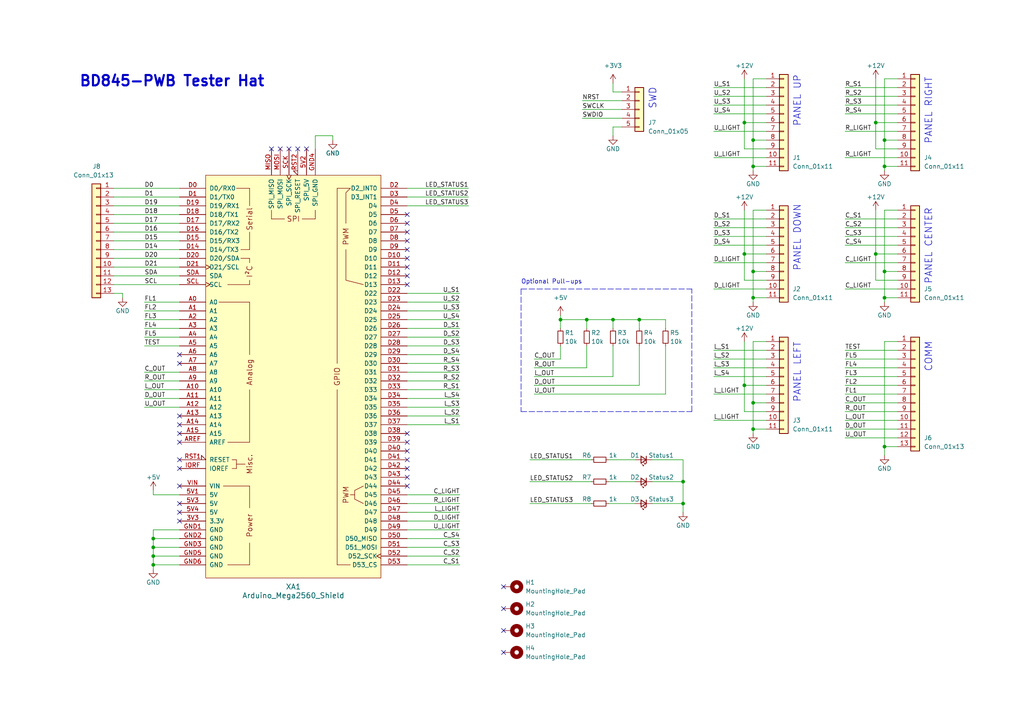
<source format=kicad_sch>
(kicad_sch (version 20230121) (generator eeschema)
  (paper "A4")
  (title_block (title "BD845-PWB Test Hat") (date "2023-06-05") (rev "1") (company "BlueDot Arcade") (comment 1 "Vincenzo Fortunato"))
  (lib_symbols
    (symbol "Connector_Generic:Conn_01x05" (pin_names (offset 1.016) hide)
      (property "Reference" "J" (at 0 7.62 0))
      (property "Value" "Conn_01x05" (at 0 -7.62 0))
      (symbol "Conn_01x05_1_1"
        (rectangle (start -1.27 -4.953) (end 0 -5.207) (stroke (width 0.1524)))
        (rectangle (start -1.27 -2.413) (end 0 -2.667) (stroke (width 0.1524)))
        (rectangle (start -1.27 0.127) (end 0 -0.127) (stroke (width 0.1524)))
        (rectangle (start -1.27 2.667) (end 0 2.413) (stroke (width 0.1524)))
        (rectangle (start -1.27 5.207) (end 0 4.953) (stroke (width 0.1524)))
        (rectangle (start -1.27 6.35) (end 1.27 -6.35) (stroke (width 0.254)) (fill (type background)))
        (pin passive line (at -5.08 5.08 0) (length 3.81) (name "Pin_1") (number "1"))
        (pin passive line (at -5.08 2.54 0) (length 3.81) (name "Pin_2") (number "2"))
        (pin passive line (at -5.08 0 0) (length 3.81) (name "Pin_3") (number "3"))
        (pin passive line (at -5.08 -2.54 0) (length 3.81) (name "Pin_4") (number "4"))
        (pin passive line (at -5.08 -5.08 0) (length 3.81) (name "Pin_5") (number "5"))
      )
    )
    (symbol "Connector_Generic:Conn_01x11" (pin_names (offset 1.016) hide)
      (property "Reference" "J" (at 0 15.24 0))
      (property "Value" "Conn_01x11" (at 0 -15.24 0))
      (symbol "Conn_01x11_1_1"
        (rectangle (start -1.27 -12.573) (end 0 -12.827) (stroke (width 0.1524)))
        (rectangle (start -1.27 -10.033) (end 0 -10.287) (stroke (width 0.1524)))
        (rectangle (start -1.27 -7.493) (end 0 -7.747) (stroke (width 0.1524)))
        (rectangle (start -1.27 -4.953) (end 0 -5.207) (stroke (width 0.1524)))
        (rectangle (start -1.27 -2.413) (end 0 -2.667) (stroke (width 0.1524)))
        (rectangle (start -1.27 0.127) (end 0 -0.127) (stroke (width 0.1524)))
        (rectangle (start -1.27 2.667) (end 0 2.413) (stroke (width 0.1524)))
        (rectangle (start -1.27 5.207) (end 0 4.953) (stroke (width 0.1524)))
        (rectangle (start -1.27 7.747) (end 0 7.493) (stroke (width 0.1524)))
        (rectangle (start -1.27 10.287) (end 0 10.033) (stroke (width 0.1524)))
        (rectangle (start -1.27 12.827) (end 0 12.573) (stroke (width 0.1524)))
        (rectangle (start -1.27 13.97) (end 1.27 -13.97) (stroke (width 0.254)) (fill (type background)))
        (pin passive line (at -5.08 12.7 0) (length 3.81) (name "Pin_1") (number "1"))
        (pin passive line (at -5.08 -10.16 0) (length 3.81) (name "Pin_10") (number "10"))
        (pin passive line (at -5.08 -12.7 0) (length 3.81) (name "Pin_11") (number "11"))
        (pin passive line (at -5.08 10.16 0) (length 3.81) (name "Pin_2") (number "2"))
        (pin passive line (at -5.08 7.62 0) (length 3.81) (name "Pin_3") (number "3"))
        (pin passive line (at -5.08 5.08 0) (length 3.81) (name "Pin_4") (number "4"))
        (pin passive line (at -5.08 2.54 0) (length 3.81) (name "Pin_5") (number "5"))
        (pin passive line (at -5.08 0 0) (length 3.81) (name "Pin_6") (number "6"))
        (pin passive line (at -5.08 -2.54 0) (length 3.81) (name "Pin_7") (number "7"))
        (pin passive line (at -5.08 -5.08 0) (length 3.81) (name "Pin_8") (number "8"))
        (pin passive line (at -5.08 -7.62 0) (length 3.81) (name "Pin_9") (number "9"))
      )
    )
    (symbol "Connector_Generic:Conn_01x13" (pin_names (offset 1.016) hide)
      (property "Reference" "J" (at 0 17.78 0))
      (property "Value" "Conn_01x13" (at 0 -17.78 0))
      (symbol "Conn_01x13_1_1"
        (rectangle (start -1.27 -15.113) (end 0 -15.367) (stroke (width 0.1524)))
        (rectangle (start -1.27 -12.573) (end 0 -12.827) (stroke (width 0.1524)))
        (rectangle (start -1.27 -10.033) (end 0 -10.287) (stroke (width 0.1524)))
        (rectangle (start -1.27 -7.493) (end 0 -7.747) (stroke (width 0.1524)))
        (rectangle (start -1.27 -4.953) (end 0 -5.207) (stroke (width 0.1524)))
        (rectangle (start -1.27 -2.413) (end 0 -2.667) (stroke (width 0.1524)))
        (rectangle (start -1.27 0.127) (end 0 -0.127) (stroke (width 0.1524)))
        (rectangle (start -1.27 2.667) (end 0 2.413) (stroke (width 0.1524)))
        (rectangle (start -1.27 5.207) (end 0 4.953) (stroke (width 0.1524)))
        (rectangle (start -1.27 7.747) (end 0 7.493) (stroke (width 0.1524)))
        (rectangle (start -1.27 10.287) (end 0 10.033) (stroke (width 0.1524)))
        (rectangle (start -1.27 12.827) (end 0 12.573) (stroke (width 0.1524)))
        (rectangle (start -1.27 15.367) (end 0 15.113) (stroke (width 0.1524)))
        (rectangle (start -1.27 16.51) (end 1.27 -16.51) (stroke (width 0.254)) (fill (type background)))
        (pin passive line (at -5.08 15.24 0) (length 3.81) (name "Pin_1") (number "1"))
        (pin passive line (at -5.08 -7.62 0) (length 3.81) (name "Pin_10") (number "10"))
        (pin passive line (at -5.08 -10.16 0) (length 3.81) (name "Pin_11") (number "11"))
        (pin passive line (at -5.08 -12.7 0) (length 3.81) (name "Pin_12") (number "12"))
        (pin passive line (at -5.08 -15.24 0) (length 3.81) (name "Pin_13") (number "13"))
        (pin passive line (at -5.08 12.7 0) (length 3.81) (name "Pin_2") (number "2"))
        (pin passive line (at -5.08 10.16 0) (length 3.81) (name "Pin_3") (number "3"))
        (pin passive line (at -5.08 7.62 0) (length 3.81) (name "Pin_4") (number "4"))
        (pin passive line (at -5.08 5.08 0) (length 3.81) (name "Pin_5") (number "5"))
        (pin passive line (at -5.08 2.54 0) (length 3.81) (name "Pin_6") (number "6"))
        (pin passive line (at -5.08 0 0) (length 3.81) (name "Pin_7") (number "7"))
        (pin passive line (at -5.08 -2.54 0) (length 3.81) (name "Pin_8") (number "8"))
        (pin passive line (at -5.08 -5.08 0) (length 3.81) (name "Pin_9") (number "9"))
      )
    )
    (symbol "Device:LED_Small" (pin_numbers hide) (pin_names (offset 0.254) hide)
      (property "Reference" "D" (at -1.27 3.175 0))
      (property "Value" "LED_Small" (at -4.445 -2.54 0))
      (symbol "LED_Small_0_1"
        (polyline (pts (xy -0.762 -1.016) (xy -0.762 1.016)) (stroke (width 0.254)))
        (polyline (pts (xy 1.016 0) (xy -0.762 0)))
        (polyline (pts (xy 0.762 -1.016) (xy -0.762 0) (xy 0.762 1.016) (xy 0.762 -1.016)) (stroke (width 0.254)))
        (polyline (pts (xy 0 0.762) (xy -0.508 1.27) (xy -0.254 1.27) (xy -0.508 1.27) (xy -0.508 1.016)))
        (polyline (pts (xy 0.508 1.27) (xy 0 1.778) (xy 0.254 1.778) (xy 0 1.778) (xy 0 1.524)))
      )
      (symbol "LED_Small_1_1"
        (pin passive line (at -2.54 0 0) (length 1.778) (name "K") (number "1"))
        (pin passive line (at 2.54 0 180) (length 1.778) (name "A") (number "2"))
      )
    )
    (symbol "Device:R_Small" (pin_numbers hide) (pin_names (offset 0.254) hide)
      (property "Reference" "R" (at 0.762 0.508 0))
      (property "Value" "R_Small" (at 0.762 -1.016 0))
      (symbol "R_Small_0_1"
        (rectangle (start -0.762 1.778) (end 0.762 -1.778) (stroke (width 0.2032)))
      )
      (symbol "R_Small_1_1"
        (pin passive line (at 0 2.54 270) (length 0.762) (name "~") (number "1"))
        (pin passive line (at 0 -2.54 90) (length 0.762) (name "~") (number "2"))
      )
    )
    (symbol "Mechanical:MountingHole_Pad" (pin_numbers hide) (pin_names (offset 1.016) hide)
      (property "Reference" "H" (at 0 6.35 0))
      (property "Value" "MountingHole_Pad" (at 0 4.445 0))
      (symbol "MountingHole_Pad_0_1"
        (circle (center 0 1.27) (radius 1.27) (stroke (width 1.27)))
      )
      (symbol "MountingHole_Pad_1_1"
        (pin input line (at 0 -2.54 90) (length 2.54) (name "1") (number "1"))
      )
    )
    (symbol "arduino-library:Arduino_Mega2560_Shield" (pin_names (offset 1.016))
      (property "Reference" "XA" (at 0 -62.23 0))
      (property "Value" "Arduino_Mega2560_Shield" (at 0 -66.04 0))
      (symbol "Arduino_Mega2560_Shield_0_0"
        (rectangle (start -25.4 -58.42) (end 25.4 58.42) (fill (type background)))
        (rectangle (start -20.32 -31.75) (end -12.7 -31.75))
        (rectangle (start -19.05 -54.61) (end -12.7 -54.61))
        (rectangle (start -19.05 -19.05) (end -12.7 -19.05))
        (rectangle (start -19.05 26.67) (end -12.7 26.67))
        (rectangle (start -17.78 -26.67) (end -16.51 -26.67))
        (rectangle (start -17.78 -24.13) (end -16.51 -24.13))
        (rectangle (start -16.51 -25.4) (end -13.97 -25.4))
        (rectangle (start -16.51 -24.13) (end -16.51 -26.67))
        (rectangle (start -16.51 54.61) (end -12.7 54.61))
        (rectangle (start -15.24 34.29) (end -12.7 34.29))
        (rectangle (start -15.24 36.83) (end -12.7 36.83))
        (rectangle (start -12.7 -54.61) (end -12.7 -48.26))
        (rectangle (start -12.7 -31.75) (end -12.7 -38.1))
        (rectangle (start -12.7 26.67) (end -12.7 27.94))
        (rectangle (start -12.7 34.29) (end -12.7 33.02))
        (rectangle (start -12.7 41.91) (end -12.7 36.83))
        (rectangle (start -12.7 49.53) (end -12.7 54.61))
        (rectangle (start -6.35 48.26) (end -6.35 45.72))
        (rectangle (start -2.54 45.72) (end -6.35 45.72))
        (polyline (pts (xy -21.59 21.59) (xy -12.7 21.59)))
        (polyline (pts (xy -12.7 -19.05) (xy -12.7 -3.81)))
        (polyline (pts (xy -12.7 6.35) (xy -12.7 21.59)))
        (polyline (pts (xy 12.7 -54.61) (xy 16.51 -54.61)))
        (polyline (pts (xy 12.7 54.61) (xy 16.51 54.61)))
        (polyline (pts (xy 17.78 -34.29) (xy 16.51 -34.29)))
        (polyline (pts (xy 15.24 36.83) (xy 15.24 27.94) (xy 20.32 26.67)))
        (polyline (pts (xy 15.24 44.45) (xy 15.24 53.34) (xy 16.51 54.61)))
        (polyline (pts (xy 20.32 -31.75) (xy 17.78 -33.02) (xy 17.78 -35.56) (xy 20.32 -36.83)))
        (rectangle (start 6.35 45.72) (end 2.54 45.72))
        (rectangle (start 6.35 48.26) (end 6.35 45.72))
        (text "Analog" (at -12.7 1.27 900) (effects (font (size 1.524 1.524))))
        (text "I²C" (at -12.7 30.48 900) (effects (font (size 1.524 1.524))))
        (text "Misc." (at -12.7 -25.4 900) (effects (font (size 1.524 1.524))))
        (text "Power" (at -12.7 -43.18 900) (effects (font (size 1.524 1.524))))
        (text "PWM" (at 15.24 -34.29 900) (effects (font (size 1.524 1.524))))
        (text "PWM" (at 15.24 40.64 900) (effects (font (size 1.524 1.524))))
        (text "Serial" (at -12.7 45.72 900) (effects (font (size 1.524 1.524))))
        (text "SPI" (at 0 45.72 0) (effects (font (size 1.524 1.524))))
      )
      (symbol "Arduino_Mega2560_Shield_1_0"
        (rectangle (start 12.7 -54.61) (end 12.7 -3.81))
        (rectangle (start 12.7 54.61) (end 12.7 3.81))
        (text "GPIO" (at 12.7 0 900) (effects (font (size 1.524 1.524))))
      )
      (symbol "Arduino_Mega2560_Shield_1_1"
        (pin power_out line (at -33.02 -41.91 0) (length 7.62) (name "3.3V") (number "3V3"))
        (pin power_in line (at -33.02 -34.29 0) (length 7.62) (name "5V") (number "5V1"))
        (pin power_in line (at 3.81 66.04 270) (length 7.62) (name "SPI_5V") (number "5V2"))
        (pin power_in line (at -33.02 -36.83 0) (length 7.62) (name "5V") (number "5V3"))
        (pin power_in line (at -33.02 -39.37 0) (length 7.62) (name "5V") (number "5V4"))
        (pin bidirectional line (at -33.02 21.59 0) (length 7.62) (name "A0") (number "A0"))
        (pin bidirectional line (at -33.02 19.05 0) (length 7.62) (name "A1") (number "A1"))
        (pin bidirectional line (at -33.02 -3.81 0) (length 7.62) (name "A10") (number "A10"))
        (pin bidirectional line (at -33.02 -6.35 0) (length 7.62) (name "A11") (number "A11"))
        (pin bidirectional line (at -33.02 -8.89 0) (length 7.62) (name "A12") (number "A12"))
        (pin bidirectional line (at -33.02 -11.43 0) (length 7.62) (name "A13") (number "A13"))
        (pin bidirectional line (at -33.02 -13.97 0) (length 7.62) (name "A14") (number "A14"))
        (pin bidirectional line (at -33.02 -16.51 0) (length 7.62) (name "A15") (number "A15"))
        (pin bidirectional line (at -33.02 16.51 0) (length 7.62) (name "A2") (number "A2"))
        (pin bidirectional line (at -33.02 13.97 0) (length 7.62) (name "A3") (number "A3"))
        (pin bidirectional line (at -33.02 11.43 0) (length 7.62) (name "A4") (number "A4"))
        (pin bidirectional line (at -33.02 8.89 0) (length 7.62) (name "A5") (number "A5"))
        (pin bidirectional line (at -33.02 6.35 0) (length 7.62) (name "A6") (number "A6"))
        (pin bidirectional line (at -33.02 3.81 0) (length 7.62) (name "A7") (number "A7"))
        (pin bidirectional line (at -33.02 1.27 0) (length 7.62) (name "A8") (number "A8"))
        (pin bidirectional line (at -33.02 -1.27 0) (length 7.62) (name "A9") (number "A9"))
        (pin input line (at -33.02 -19.05 0) (length 7.62) (name "AREF") (number "AREF"))
        (pin bidirectional line (at -33.02 54.61 0) (length 7.62) (name "D0/RX0") (number "D0"))
        (pin bidirectional line (at -33.02 52.07 0) (length 7.62) (name "D1/TX0") (number "D1"))
        (pin bidirectional line (at 33.02 34.29 180) (length 7.62) (name "D10") (number "D10"))
        (pin bidirectional line (at 33.02 31.75 180) (length 7.62) (name "D11") (number "D11"))
        (pin bidirectional line (at 33.02 29.21 180) (length 7.62) (name "D12") (number "D12"))
        (pin bidirectional line (at 33.02 26.67 180) (length 7.62) (name "D13") (number "D13"))
        (pin bidirectional line (at -33.02 36.83 0) (length 7.62) (name "D14/TX3") (number "D14"))
        (pin bidirectional line (at -33.02 39.37 0) (length 7.62) (name "D15/RX3") (number "D15"))
        (pin bidirectional line (at -33.02 41.91 0) (length 7.62) (name "D16/TX2") (number "D16"))
        (pin bidirectional line (at -33.02 44.45 0) (length 7.62) (name "D17/RX2") (number "D17"))
        (pin bidirectional line (at -33.02 46.99 0) (length 7.62) (name "D18/TX1") (number "D18"))
        (pin bidirectional line (at -33.02 49.53 0) (length 7.62) (name "D19/RX1") (number "D19"))
        (pin bidirectional line (at 33.02 54.61 180) (length 7.62) (name "D2_INT0") (number "D2"))
        (pin bidirectional line (at -33.02 34.29 0) (length 7.62) (name "D20/SDA") (number "D20"))
        (pin bidirectional clock (at -33.02 31.75 0) (length 7.62) (name "D21/SCL") (number "D21"))
        (pin bidirectional line (at 33.02 24.13 180) (length 7.62) (name "D22") (number "D22"))
        (pin bidirectional line (at 33.02 21.59 180) (length 7.62) (name "D23") (number "D23"))
        (pin bidirectional line (at 33.02 19.05 180) (length 7.62) (name "D24") (number "D24"))
        (pin bidirectional line (at 33.02 16.51 180) (length 7.62) (name "D25") (number "D25"))
        (pin bidirectional line (at 33.02 13.97 180) (length 7.62) (name "D26") (number "D26"))
        (pin bidirectional line (at 33.02 11.43 180) (length 7.62) (name "D27") (number "D27"))
        (pin bidirectional line (at 33.02 8.89 180) (length 7.62) (name "D28") (number "D28"))
        (pin bidirectional line (at 33.02 6.35 180) (length 7.62) (name "D29") (number "D29"))
        (pin bidirectional line (at 33.02 52.07 180) (length 7.62) (name "D3_INT1") (number "D3"))
        (pin bidirectional line (at 33.02 3.81 180) (length 7.62) (name "D30") (number "D30"))
        (pin bidirectional line (at 33.02 1.27 180) (length 7.62) (name "D31") (number "D31"))
        (pin bidirectional line (at 33.02 -1.27 180) (length 7.62) (name "D32") (number "D32"))
        (pin bidirectional line (at 33.02 -3.81 180) (length 7.62) (name "D33") (number "D33"))
        (pin bidirectional line (at 33.02 -6.35 180) (length 7.62) (name "D34") (number "D34"))
        (pin bidirectional line (at 33.02 -8.89 180) (length 7.62) (name "D35") (number "D35"))
        (pin bidirectional line (at 33.02 -11.43 180) (length 7.62) (name "D36") (number "D36"))
        (pin bidirectional line (at 33.02 -13.97 180) (length 7.62) (name "D37") (number "D37"))
        (pin bidirectional line (at 33.02 -16.51 180) (length 7.62) (name "D38") (number "D38"))
        (pin bidirectional line (at 33.02 -19.05 180) (length 7.62) (name "D39") (number "D39"))
        (pin bidirectional line (at 33.02 49.53 180) (length 7.62) (name "D4") (number "D4"))
        (pin bidirectional line (at 33.02 -21.59 180) (length 7.62) (name "D40") (number "D40"))
        (pin bidirectional line (at 33.02 -24.13 180) (length 7.62) (name "D41") (number "D41"))
        (pin bidirectional line (at 33.02 -26.67 180) (length 7.62) (name "D42") (number "D42"))
        (pin bidirectional line (at 33.02 -29.21 180) (length 7.62) (name "D43") (number "D43"))
        (pin bidirectional line (at 33.02 -31.75 180) (length 7.62) (name "D44") (number "D44"))
        (pin bidirectional line (at 33.02 -34.29 180) (length 7.62) (name "D45") (number "D45"))
        (pin bidirectional line (at 33.02 -36.83 180) (length 7.62) (name "D46") (number "D46"))
        (pin bidirectional line (at 33.02 -39.37 180) (length 7.62) (name "D47") (number "D47"))
        (pin bidirectional line (at 33.02 -41.91 180) (length 7.62) (name "D48") (number "D48"))
        (pin bidirectional line (at 33.02 -44.45 180) (length 7.62) (name "D49") (number "D49"))
        (pin bidirectional line (at 33.02 46.99 180) (length 7.62) (name "D5") (number "D5"))
        (pin bidirectional line (at 33.02 -46.99 180) (length 7.62) (name "D50_MISO") (number "D50"))
        (pin bidirectional line (at 33.02 -49.53 180) (length 7.62) (name "D51_MOSI") (number "D51"))
        (pin bidirectional clock (at 33.02 -52.07 180) (length 7.62) (name "D52_SCK") (number "D52"))
        (pin bidirectional line (at 33.02 -54.61 180) (length 7.62) (name "D53_CS") (number "D53"))
        (pin bidirectional line (at 33.02 44.45 180) (length 7.62) (name "D6") (number "D6"))
        (pin bidirectional line (at 33.02 41.91 180) (length 7.62) (name "D7") (number "D7"))
        (pin bidirectional line (at 33.02 39.37 180) (length 7.62) (name "D8") (number "D8"))
        (pin bidirectional line (at 33.02 36.83 180) (length 7.62) (name "D9") (number "D9"))
        (pin power_in line (at -33.02 -44.45 0) (length 7.62) (name "GND") (number "GND1"))
        (pin power_in line (at -33.02 -46.99 0) (length 7.62) (name "GND") (number "GND2"))
        (pin power_in line (at -33.02 -49.53 0) (length 7.62) (name "GND") (number "GND3"))
        (pin power_in line (at 6.35 66.04 270) (length 7.62) (name "SPI_GND") (number "GND4"))
        (pin power_in line (at -33.02 -52.07 0) (length 7.62) (name "GND") (number "GND5"))
        (pin power_in line (at -33.02 -54.61 0) (length 7.62) (name "GND") (number "GND6"))
        (pin output line (at -33.02 -26.67 0) (length 7.62) (name "IOREF") (number "IORF"))
        (pin input line (at -6.35 66.04 270) (length 7.62) (name "SPI_MISO") (number "MISO"))
        (pin output line (at -3.81 66.04 270) (length 7.62) (name "SPI_MOSI") (number "MOSI"))
        (pin open_collector input_low (at -33.02 -24.13 0) (length 7.62) (name "RESET") (number "RST1"))
        (pin open_collector input_low (at 1.27 66.04 270) (length 7.62) (name "SPI_RESET") (number "RST2"))
        (pin output clock (at -1.27 66.04 270) (length 7.62) (name "SPI_SCK") (number "SCK"))
        (pin bidirectional clock (at -33.02 26.67 0) (length 7.62) (name "SCL") (number "SCL"))
        (pin bidirectional line (at -33.02 29.21 0) (length 7.62) (name "SDA") (number "SDA"))
        (pin power_in line (at -33.02 -31.75 0) (length 7.62) (name "VIN") (number "VIN"))
      )
    )
    (symbol "power:+12V" (power) (pin_names (offset 0))
      (property "Value" "+12V" (at 0 3.556 0))
      (symbol "+12V_0_1"
        (polyline (pts (xy -0.762 1.27) (xy 0 2.54)))
        (polyline (pts (xy 0 0) (xy 0 2.54)))
        (polyline (pts (xy 0 2.54) (xy 0.762 1.27)))
      )
      (symbol "+12V_1_1"
        (pin power_in line (at 0 0 90) (length 0) hide (name "+12V") (number "1"))
      )
    )
    (symbol "power:+3V3" (power) (pin_names (offset 0))
      (property "Value" "+3V3" (at 0 3.556 0))
      (symbol "+3V3_0_1"
        (polyline (pts (xy -0.762 1.27) (xy 0 2.54)))
        (polyline (pts (xy 0 0) (xy 0 2.54)))
        (polyline (pts (xy 0 2.54) (xy 0.762 1.27)))
      )
      (symbol "+3V3_1_1"
        (pin power_in line (at 0 0 90) (length 0) hide (name "+3V3") (number "1"))
      )
    )
    (symbol "power:+5V" (power) (pin_names (offset 0))
      (property "Value" "+5V" (at 0 3.556 0))
      (symbol "+5V_0_1"
        (polyline (pts (xy -0.762 1.27) (xy 0 2.54)))
        (polyline (pts (xy 0 0) (xy 0 2.54)))
        (polyline (pts (xy 0 2.54) (xy 0.762 1.27)))
      )
      (symbol "+5V_1_1"
        (pin power_in line (at 0 0 90) (length 0) hide (name "+5V") (number "1"))
      )
    )
    (symbol "power:GND" (power) (pin_names (offset 0))
      (property "Value" "GND" (at 0 -3.81 0))
      (symbol "GND_0_1"
        (polyline (pts (xy 0 0) (xy 0 -1.27) (xy 1.27 -1.27) (xy 0 -2.54) (xy -1.27 -1.27) (xy 0 -1.27)))
      )
      (symbol "GND_1_1"
        (pin power_in line (at 0 0 270) (length 0) hide (name "GND") (number "1"))
      )
    )
  )
  (junction (at 218.44 40.64))
  (junction (at 44.45 158.75))
  (junction (at 198.12 139.7))
  (junction (at 256.54 86.36))
  (junction (at 218.44 116.84))
  (junction (at 44.45 163.83))
  (junction (at 170.18 92.71))
  (junction (at 177.8 92.71))
  (junction (at 215.9 35.56))
  (junction (at 218.44 48.26))
  (junction (at 256.54 78.74))
  (junction (at 256.54 129.54))
  (junction (at 198.12 146.05))
  (junction (at 215.9 111.76))
  (junction (at 44.45 156.21))
  (junction (at 185.42 92.71))
  (junction (at 215.9 73.66))
  (junction (at 44.45 161.29))
  (junction (at 254 73.66))
  (junction (at 256.54 40.64))
  (junction (at 254 35.56))
  (junction (at 218.44 86.36))
  (junction (at 162.56 92.71))
  (junction (at 218.44 78.74))
  (junction (at 218.44 124.46))
  (junction (at 256.54 48.26))
  (no_connect (at 118.11 133.35))
  (no_connect (at 118.11 125.73))
  (no_connect (at 118.11 74.93))
  (no_connect (at 52.07 148.59))
  (no_connect (at 118.11 130.81))
  (no_connect (at 118.11 72.39))
  (no_connect (at 52.07 120.65))
  (no_connect (at 52.07 151.13))
  (no_connect (at 52.07 135.89))
  (no_connect (at 52.07 140.97))
  (no_connect (at 52.07 123.19))
  (no_connect (at 78.74 43.18))
  (no_connect (at 118.11 82.55))
  (no_connect (at 146.05 182.88))
  (no_connect (at 118.11 62.23))
  (no_connect (at 52.07 125.73))
  (no_connect (at 118.11 128.27))
  (no_connect (at 52.07 102.87))
  (no_connect (at 146.05 176.53))
  (no_connect (at 118.11 69.85))
  (no_connect (at 118.11 135.89))
  (no_connect (at 88.9 43.18))
  (no_connect (at 83.82 43.18))
  (no_connect (at 81.28 43.18))
  (no_connect (at 118.11 138.43))
  (no_connect (at 118.11 77.47))
  (no_connect (at 146.05 170.18))
  (no_connect (at 52.07 128.27))
  (no_connect (at 52.07 133.35))
  (no_connect (at 146.05 189.23))
  (no_connect (at 118.11 140.97))
  (no_connect (at 52.07 146.05))
  (no_connect (at 86.36 43.18))
  (no_connect (at 118.11 80.01))
  (no_connect (at 118.11 67.31))
  (no_connect (at 52.07 105.41))
  (no_connect (at 118.11 64.77))
  (wire (pts (xy 33.02 82.55) (xy 52.07 82.55)))
  (wire (pts (xy 33.02 69.85) (xy 52.07 69.85)))
  (wire (pts (xy 245.11 114.3) (xy 260.35 114.3)))
  (wire (pts (xy 33.02 59.69) (xy 52.07 59.69)))
  (wire (pts (xy 207.01 68.58) (xy 222.25 68.58)))
  (wire (pts (xy 256.54 86.36) (xy 260.35 86.36)))
  (wire (pts (xy 245.11 63.5) (xy 260.35 63.5)))
  (wire (pts (xy 44.45 161.29) (xy 52.07 161.29)))
  (wire (pts (xy 245.11 27.94) (xy 260.35 27.94)))
  (wire (pts (xy 133.35 115.57) (xy 118.11 115.57)))
  (wire (pts (xy 133.35 90.17) (xy 118.11 90.17)))
  (wire (pts (xy 207.01 106.68) (xy 222.25 106.68)))
  (wire (pts (xy 33.02 80.01) (xy 52.07 80.01)))
  (wire (pts (xy 245.11 71.12) (xy 260.35 71.12)))
  (wire (pts (xy 177.8 24.13) (xy 177.8 26.67)))
  (wire (pts (xy 256.54 129.54) (xy 256.54 99.06)))
  (wire (pts (xy 245.11 33.02) (xy 260.35 33.02)))
  (wire (pts (xy 189.23 133.35) (xy 198.12 133.35)))
  (wire (pts (xy 33.02 54.61) (xy 52.07 54.61)))
  (wire (pts (xy 218.44 86.36) (xy 222.25 86.36)))
  (wire (pts (xy 207.01 71.12) (xy 222.25 71.12)))
  (wire (pts (xy 153.67 133.35) (xy 171.45 133.35)))
  (wire (pts (xy 33.02 64.77) (xy 52.07 64.77)))
  (wire (pts (xy 245.11 116.84) (xy 260.35 116.84)))
  (wire (pts (xy 260.35 43.18) (xy 254 43.18)))
  (wire (pts (xy 44.45 156.21) (xy 44.45 153.67)))
  (wire (pts (xy 256.54 49.53) (xy 256.54 48.26)))
  (wire (pts (xy 245.11 83.82) (xy 260.35 83.82)))
  (wire (pts (xy 189.23 139.7) (xy 198.12 139.7)))
  (wire (pts (xy 222.25 119.38) (xy 215.9 119.38)))
  (wire (pts (xy 215.9 35.56) (xy 215.9 22.86)))
  (wire (pts (xy 260.35 35.56) (xy 254 35.56)))
  (wire (pts (xy 44.45 158.75) (xy 44.45 156.21)))
  (wire (pts (xy 218.44 22.86) (xy 222.25 22.86)))
  (wire (pts (xy 177.8 36.83) (xy 177.8 39.37)))
  (wire (pts (xy 256.54 22.86) (xy 260.35 22.86)))
  (wire (pts (xy 256.54 99.06) (xy 260.35 99.06)))
  (wire (pts (xy 44.45 163.83) (xy 44.45 165.1)))
  (wire (pts (xy 133.35 110.49) (xy 118.11 110.49)))
  (wire (pts (xy 207.01 76.2) (xy 222.25 76.2)))
  (wire (pts (xy 245.11 30.48) (xy 260.35 30.48)))
  (wire (pts (xy 222.25 81.28) (xy 215.9 81.28)))
  (wire (pts (xy 245.11 104.14) (xy 260.35 104.14)))
  (wire (pts (xy 96.52 39.37) (xy 96.52 40.64)))
  (wire (pts (xy 256.54 87.63) (xy 256.54 86.36)))
  (wire (pts (xy 222.25 43.18) (xy 215.9 43.18)))
  (wire (pts (xy 91.44 39.37) (xy 96.52 39.37)))
  (wire (pts (xy 162.56 91.44) (xy 162.56 92.71)))
  (wire (pts (xy 245.11 45.72) (xy 260.35 45.72)))
  (wire (pts (xy 133.35 120.65) (xy 118.11 120.65)))
  (wire (pts (xy 260.35 81.28) (xy 254 81.28)))
  (wire (pts (xy 256.54 78.74) (xy 256.54 60.96)))
  (wire (pts (xy 245.11 106.68) (xy 260.35 106.68)))
  (wire (pts (xy 133.35 148.59) (xy 118.11 148.59)))
  (wire (pts (xy 33.02 72.39) (xy 52.07 72.39)))
  (polyline (pts (xy 151.13 83.82) (xy 151.13 119.38)) (stroke (width 0) (type dash)))
  (wire (pts (xy 41.91 107.95) (xy 52.07 107.95)))
  (wire (pts (xy 133.35 146.05) (xy 118.11 146.05)))
  (wire (pts (xy 245.11 66.04) (xy 260.35 66.04)))
  (wire (pts (xy 41.91 100.33) (xy 52.07 100.33)))
  (wire (pts (xy 41.91 110.49) (xy 52.07 110.49)))
  (wire (pts (xy 256.54 132.08) (xy 256.54 129.54)))
  (wire (pts (xy 207.01 104.14) (xy 222.25 104.14)))
  (wire (pts (xy 41.91 113.03) (xy 52.07 113.03)))
  (wire (pts (xy 218.44 40.64) (xy 218.44 22.86)))
  (wire (pts (xy 133.35 95.25) (xy 118.11 95.25)))
  (wire (pts (xy 41.91 97.79) (xy 52.07 97.79)))
  (wire (pts (xy 135.89 57.15) (xy 118.11 57.15)))
  (wire (pts (xy 207.01 27.94) (xy 222.25 27.94)))
  (wire (pts (xy 176.53 133.35) (xy 184.15 133.35)))
  (wire (pts (xy 215.9 81.28) (xy 215.9 73.66)))
  (wire (pts (xy 207.01 33.02) (xy 222.25 33.02)))
  (wire (pts (xy 162.56 92.71) (xy 162.56 95.25)))
  (wire (pts (xy 44.45 143.51) (xy 52.07 143.51)))
  (wire (pts (xy 207.01 30.48) (xy 222.25 30.48)))
  (wire (pts (xy 41.91 90.17) (xy 52.07 90.17)))
  (wire (pts (xy 193.04 92.71) (xy 193.04 95.25)))
  (wire (pts (xy 218.44 116.84) (xy 222.25 116.84)))
  (wire (pts (xy 177.8 92.71) (xy 177.8 95.25)))
  (wire (pts (xy 207.01 63.5) (xy 222.25 63.5)))
  (wire (pts (xy 52.07 163.83) (xy 44.45 163.83)))
  (wire (pts (xy 207.01 66.04) (xy 222.25 66.04)))
  (wire (pts (xy 245.11 119.38) (xy 260.35 119.38)))
  (wire (pts (xy 177.8 36.83) (xy 180.34 36.83)))
  (wire (pts (xy 215.9 43.18) (xy 215.9 35.56)))
  (wire (pts (xy 44.45 158.75) (xy 52.07 158.75)))
  (wire (pts (xy 245.11 111.76) (xy 260.35 111.76)))
  (wire (pts (xy 222.25 35.56) (xy 215.9 35.56)))
  (wire (pts (xy 185.42 92.71) (xy 193.04 92.71)))
  (wire (pts (xy 162.56 100.33) (xy 162.56 104.14)))
  (wire (pts (xy 245.11 38.1) (xy 260.35 38.1)))
  (wire (pts (xy 133.35 118.11) (xy 118.11 118.11)))
  (wire (pts (xy 154.94 114.3) (xy 193.04 114.3)))
  (wire (pts (xy 207.01 25.4) (xy 222.25 25.4)))
  (wire (pts (xy 168.91 31.75) (xy 180.34 31.75)))
  (wire (pts (xy 133.35 156.21) (xy 118.11 156.21)))
  (wire (pts (xy 133.35 87.63) (xy 118.11 87.63)))
  (wire (pts (xy 218.44 116.84) (xy 218.44 99.06)))
  (wire (pts (xy 218.44 87.63) (xy 218.44 86.36)))
  (wire (pts (xy 207.01 38.1) (xy 222.25 38.1)))
  (wire (pts (xy 170.18 100.33) (xy 170.18 106.68)))
  (wire (pts (xy 154.94 106.68) (xy 170.18 106.68)))
  (wire (pts (xy 153.67 139.7) (xy 171.45 139.7)))
  (wire (pts (xy 168.91 34.29) (xy 180.34 34.29)))
  (wire (pts (xy 207.01 45.72) (xy 222.25 45.72)))
  (wire (pts (xy 41.91 95.25) (xy 52.07 95.25)))
  (wire (pts (xy 245.11 25.4) (xy 260.35 25.4)))
  (wire (pts (xy 222.25 73.66) (xy 215.9 73.66)))
  (wire (pts (xy 207.01 121.92) (xy 222.25 121.92)))
  (wire (pts (xy 254 81.28) (xy 254 73.66)))
  (wire (pts (xy 207.01 114.3) (xy 222.25 114.3)))
  (wire (pts (xy 135.89 59.69) (xy 118.11 59.69)))
  (wire (pts (xy 133.35 161.29) (xy 118.11 161.29)))
  (wire (pts (xy 133.35 102.87) (xy 118.11 102.87)))
  (wire (pts (xy 222.25 111.76) (xy 215.9 111.76)))
  (wire (pts (xy 193.04 100.33) (xy 193.04 114.3)))
  (wire (pts (xy 170.18 95.25) (xy 170.18 92.71)))
  (wire (pts (xy 133.35 153.67) (xy 118.11 153.67)))
  (wire (pts (xy 256.54 129.54) (xy 260.35 129.54)))
  (wire (pts (xy 215.9 111.76) (xy 215.9 99.06)))
  (wire (pts (xy 154.94 111.76) (xy 185.42 111.76)))
  (wire (pts (xy 245.11 68.58) (xy 260.35 68.58)))
  (wire (pts (xy 44.45 142.24) (xy 44.45 143.51)))
  (wire (pts (xy 44.45 153.67) (xy 52.07 153.67)))
  (wire (pts (xy 154.94 109.22) (xy 177.8 109.22)))
  (wire (pts (xy 215.9 73.66) (xy 215.9 60.96)))
  (wire (pts (xy 133.35 105.41) (xy 118.11 105.41)))
  (wire (pts (xy 33.02 67.31) (xy 52.07 67.31)))
  (wire (pts (xy 245.11 109.22) (xy 260.35 109.22)))
  (polyline (pts (xy 151.13 119.38) (xy 200.66 119.38)) (stroke (width 0) (type dash)))
  (wire (pts (xy 256.54 40.64) (xy 256.54 22.86)))
  (wire (pts (xy 176.53 139.7) (xy 184.15 139.7)))
  (wire (pts (xy 218.44 124.46) (xy 218.44 116.84)))
  (wire (pts (xy 44.45 163.83) (xy 44.45 161.29)))
  (wire (pts (xy 218.44 60.96) (xy 222.25 60.96)))
  (wire (pts (xy 153.67 146.05) (xy 171.45 146.05)))
  (wire (pts (xy 133.35 163.83) (xy 118.11 163.83)))
  (wire (pts (xy 133.35 143.51) (xy 118.11 143.51)))
  (wire (pts (xy 218.44 48.26) (xy 218.44 40.64)))
  (wire (pts (xy 177.8 92.71) (xy 185.42 92.71)))
  (wire (pts (xy 254 43.18) (xy 254 35.56)))
  (wire (pts (xy 133.35 151.13) (xy 118.11 151.13)))
  (wire (pts (xy 133.35 158.75) (xy 118.11 158.75)))
  (wire (pts (xy 198.12 146.05) (xy 198.12 148.59)))
  (wire (pts (xy 44.45 161.29) (xy 44.45 158.75)))
  (wire (pts (xy 133.35 113.03) (xy 118.11 113.03)))
  (wire (pts (xy 254 35.56) (xy 254 22.86)))
  (wire (pts (xy 218.44 99.06) (xy 222.25 99.06)))
  (wire (pts (xy 176.53 146.05) (xy 184.15 146.05)))
  (wire (pts (xy 162.56 104.14) (xy 154.94 104.14)))
  (wire (pts (xy 256.54 78.74) (xy 260.35 78.74)))
  (wire (pts (xy 256.54 48.26) (xy 256.54 40.64)))
  (wire (pts (xy 185.42 92.71) (xy 185.42 95.25)))
  (wire (pts (xy 245.11 127) (xy 260.35 127)))
  (wire (pts (xy 207.01 101.6) (xy 222.25 101.6)))
  (wire (pts (xy 133.35 85.09) (xy 118.11 85.09)))
  (wire (pts (xy 245.11 76.2) (xy 260.35 76.2)))
  (wire (pts (xy 133.35 97.79) (xy 118.11 97.79)))
  (wire (pts (xy 256.54 86.36) (xy 256.54 78.74)))
  (wire (pts (xy 256.54 40.64) (xy 260.35 40.64)))
  (wire (pts (xy 256.54 48.26) (xy 260.35 48.26)))
  (wire (pts (xy 33.02 74.93) (xy 52.07 74.93)))
  (wire (pts (xy 207.01 83.82) (xy 222.25 83.82)))
  (wire (pts (xy 35.56 85.09) (xy 33.02 85.09)))
  (wire (pts (xy 218.44 78.74) (xy 218.44 60.96)))
  (wire (pts (xy 218.44 40.64) (xy 222.25 40.64)))
  (wire (pts (xy 168.91 29.21) (xy 180.34 29.21)))
  (wire (pts (xy 170.18 92.71) (xy 177.8 92.71)))
  (wire (pts (xy 198.12 139.7) (xy 198.12 146.05)))
  (wire (pts (xy 218.44 49.53) (xy 218.44 48.26)))
  (wire (pts (xy 245.11 101.6) (xy 260.35 101.6)))
  (wire (pts (xy 44.45 156.21) (xy 52.07 156.21)))
  (wire (pts (xy 189.23 146.05) (xy 198.12 146.05)))
  (wire (pts (xy 33.02 62.23) (xy 52.07 62.23)))
  (wire (pts (xy 135.89 54.61) (xy 118.11 54.61)))
  (wire (pts (xy 218.44 125.73) (xy 218.44 124.46)))
  (wire (pts (xy 215.9 119.38) (xy 215.9 111.76)))
  (wire (pts (xy 133.35 107.95) (xy 118.11 107.95)))
  (wire (pts (xy 218.44 124.46) (xy 222.25 124.46)))
  (wire (pts (xy 33.02 57.15) (xy 52.07 57.15)))
  (wire (pts (xy 218.44 86.36) (xy 218.44 78.74)))
  (wire (pts (xy 245.11 124.46) (xy 260.35 124.46)))
  (wire (pts (xy 185.42 111.76) (xy 185.42 100.33)))
  (wire (pts (xy 254 73.66) (xy 254 60.96)))
  (wire (pts (xy 41.91 92.71) (xy 52.07 92.71)))
  (wire (pts (xy 41.91 115.57) (xy 52.07 115.57)))
  (wire (pts (xy 162.56 92.71) (xy 170.18 92.71)))
  (wire (pts (xy 218.44 48.26) (xy 222.25 48.26)))
  (wire (pts (xy 207.01 109.22) (xy 222.25 109.22)))
  (wire (pts (xy 41.91 118.11) (xy 52.07 118.11)))
  (wire (pts (xy 198.12 133.35) (xy 198.12 139.7)))
  (polyline (pts (xy 151.13 83.82) (xy 200.66 83.82)) (stroke (width 0) (type dash)))
  (wire (pts (xy 33.02 77.47) (xy 52.07 77.47)))
  (wire (pts (xy 35.56 86.36) (xy 35.56 85.09)))
  (wire (pts (xy 177.8 26.67) (xy 180.34 26.67)))
  (wire (pts (xy 133.35 92.71) (xy 118.11 92.71)))
  (wire (pts (xy 91.44 43.18) (xy 91.44 39.37)))
  (wire (pts (xy 133.35 100.33) (xy 118.11 100.33)))
  (polyline (pts (xy 200.66 119.38) (xy 200.66 83.82)) (stroke (width 0) (type dash)))
  (wire (pts (xy 245.11 121.92) (xy 260.35 121.92)))
  (wire (pts (xy 177.8 100.33) (xy 177.8 109.22)))
  (wire (pts (xy 41.91 87.63) (xy 52.07 87.63)))
  (wire (pts (xy 260.35 73.66) (xy 254 73.66)))
  (wire (pts (xy 133.35 123.19) (xy 118.11 123.19)))
  (wire (pts (xy 256.54 60.96) (xy 260.35 60.96)))
  (wire (pts (xy 218.44 78.74) (xy 222.25 78.74)))
  (text "BD845-PWB Tester Hat\n" (at 22.86 25.4 0) (effects (font (size 3 3) (thickness 0.6) bold) (justify left bottom)))
  (text "Optional Pull-ups" (at 151.13 82.55 0) (effects (font (size 1.27 1.27)) (justify left bottom)))
  (text "COMM" (at 270.51 107.95 90) (effects (font (size 2 2)) (justify left bottom)))
  (text "SWD" (at 190.5 31.75 90) (effects (font (size 2 2)) (justify left bottom)))
  (text "PANEL LEFT" (at 232.41 116.84 90) (effects (font (size 2 2)) (justify left bottom)))
  (text "PANEL CENTER" (at 270.51 82.55 90) (effects (font (size 2 2)) (justify left bottom)))
  (text "PANEL UP" (at 232.41 36.83 90) (effects (font (size 2 2)) (justify left bottom)))
  (text "PANEL RIGHT" (at 270.51 41.91 90) (effects (font (size 2 2)) (justify left bottom)))
  (text "PANEL DOWN" (at 232.41 78.74 90) (effects (font (size 2 2)) (justify left bottom)))
  (label "R_LIGHT" (at 133.35 146.05 180))
  (label "C_S2" (at 245.11 66.04 0))
  (label "C_S4" (at 245.11 71.12 0))
  (label "D_LIGHT" (at 207.01 83.82 0))
  (label "C_S2" (at 133.35 161.29 180))
  (label "R_S2" (at 133.35 110.49 180))
  (label "L_LIGHT" (at 207.01 114.3 0))
  (label "D17" (at 41.91 64.77 0))
  (label "FL4" (at 41.91 95.25 0))
  (label "C_S1" (at 245.11 63.5 0))
  (label "D_OUT" (at 41.91 115.57 0))
  (label "LED_STATUS3" (at 153.67 146.05 0))
  (label "R_LIGHT" (at 245.11 38.1 0))
  (label "R_OUT" (at 41.91 110.49 0))
  (label "SDA" (at 41.91 80.01 0))
  (label "D_LIGHT" (at 133.35 151.13 180))
  (label "D_LIGHT" (at 207.01 76.2 0))
  (label "U_S4" (at 207.01 33.02 0))
  (label "C_S3" (at 133.35 158.75 180))
  (label "C_LIGHT" (at 133.35 143.51 180))
  (label "D_S3" (at 133.35 100.33 180))
  (label "R_S1" (at 133.35 113.03 180))
  (label "R_S3" (at 245.11 30.48 0))
  (label "NRST" (at 168.91 29.21 0))
  (label "U_S4" (at 133.35 92.71 180))
  (label "L_S1" (at 207.01 101.6 0))
  (label "D21" (at 41.91 77.47 0))
  (label "C_LIGHT" (at 245.11 76.2 0))
  (label "D16" (at 41.91 67.31 0))
  (label "L_S2" (at 133.35 120.65 180))
  (label "D_S1" (at 207.01 63.5 0))
  (label "L_LIGHT" (at 207.01 121.92 0))
  (label "FL5" (at 245.11 104.14 0))
  (label "D_OUT" (at 154.94 111.76 0))
  (label "D14" (at 41.91 72.39 0))
  (label "L_S2" (at 207.01 104.14 0))
  (label "FL1" (at 245.11 114.3 0))
  (label "C_S3" (at 245.11 68.58 0))
  (label "L_S3" (at 133.35 118.11 180))
  (label "R_S2" (at 245.11 27.94 0))
  (label "D_S2" (at 207.01 66.04 0))
  (label "SCL" (at 41.91 82.55 0))
  (label "U_S1" (at 133.35 85.09 180))
  (label "R_OUT" (at 245.11 119.38 0))
  (label "R_S3" (at 133.35 107.95 180))
  (label "C_OUT" (at 41.91 107.95 0))
  (label "L_S1" (at 133.35 123.19 180))
  (label "L_S4" (at 133.35 115.57 180))
  (label "C_OUT" (at 245.11 116.84 0))
  (label "FL5" (at 41.91 97.79 0))
  (label "TEST" (at 41.91 100.33 0))
  (label "U_S1" (at 207.01 25.4 0))
  (label "D_S1" (at 133.35 95.25 180))
  (label "LED_STATUS1" (at 153.67 133.35 0))
  (label "U_LIGHT" (at 207.01 38.1 0))
  (label "D19" (at 41.91 59.69 0))
  (label "FL2" (at 245.11 111.76 0))
  (label "D15" (at 41.91 69.85 0))
  (label "R_S4" (at 245.11 33.02 0))
  (label "C_S4" (at 133.35 156.21 180))
  (label "SWCLK" (at 168.91 31.75 0))
  (label "D18" (at 41.91 62.23 0))
  (label "C_S1" (at 133.35 163.83 180))
  (label "SWDIO" (at 168.91 34.29 0))
  (label "D_S4" (at 207.01 71.12 0))
  (label "L_LIGHT" (at 133.35 148.59 180))
  (label "D_S3" (at 207.01 68.58 0))
  (label "C_LIGHT" (at 245.11 83.82 0))
  (label "D_OUT" (at 245.11 124.46 0))
  (label "TEST" (at 245.11 101.6 0))
  (label "U_S2" (at 133.35 87.63 180))
  (label "U_S2" (at 207.01 27.94 0))
  (label "L_OUT" (at 154.94 109.22 0))
  (label "D_S2" (at 133.35 97.79 180))
  (label "U_OUT" (at 41.91 118.11 0))
  (label "U_OUT" (at 245.11 127 0))
  (label "FL4" (at 245.11 106.68 0))
  (label "R_LIGHT" (at 245.11 45.72 0))
  (label "U_LIGHT" (at 207.01 45.72 0))
  (label "LED_STATUS3" (at 135.89 59.69 180))
  (label "L_OUT" (at 245.11 121.92 0))
  (label "R_S1" (at 245.11 25.4 0))
  (label "U_S3" (at 133.35 90.17 180))
  (label "L_S4" (at 207.01 109.22 0))
  (label "FL1" (at 41.91 87.63 0))
  (label "L_OUT" (at 41.91 113.03 0))
  (label "LED_STATUS2" (at 153.67 139.7 0))
  (label "D_S4" (at 133.35 102.87 180))
  (label "U_OUT" (at 154.94 114.3 0))
  (label "LED_STATUS1" (at 135.89 54.61 180))
  (label "D20" (at 41.91 74.93 0))
  (label "U_LIGHT" (at 133.35 153.67 180))
  (label "FL3" (at 41.91 92.71 0))
  (label "LED_STATUS2" (at 135.89 57.15 180))
  (label "R_S4" (at 133.35 105.41 180))
  (label "FL3" (at 245.11 109.22 0))
  (label "C_OUT" (at 154.94 104.14 0))
  (label "L_S3" (at 207.01 106.68 0))
  (label "D0" (at 41.91 54.61 0))
  (label "U_S3" (at 207.01 30.48 0))
  (label "FL2" (at 41.91 90.17 0))
  (label "R_OUT" (at 154.94 106.68 0))
  (label "D1" (at 41.91 57.15 0))
  (symbol (lib_id "Connector_Generic:Conn_01x13") (at 27.94 69.85 0) (mirror y) (unit 1)
    (property "Reference" "J8" (at 29.21 48.26 0) (effects (justify left)))
    (property "Value" "Conn_01x13" (at 33.02 50.8 0) (effects (justify left)))
    (property "Footprint" "Connector_PinHeader_2.54mm:PinHeader_1x13_P2.54mm_Vertical" (effects hide))
  )
  (symbol (lib_id "Connector_Generic:Conn_01x11") (at 227.33 111.76 0) (unit 1)
    (property "Reference" "J3" (at 229.87 121.92 0) (effects (justify left)))
    (property "Value" "Conn_01x11" (at 229.87 124.46 0) (effects (justify left)))
    (property "Footprint" "Connector_PinHeader_2.54mm:PinHeader_1x11_P2.54mm_Vertical" (effects hide))
  )
  (symbol (lib_id "Connector_Generic:Conn_01x11") (at 227.33 35.56 0) (unit 1)
    (property "Reference" "J1" (at 229.87 45.72 0) (effects (justify left)))
    (property "Value" "Conn_01x11" (at 229.87 48.26 0) (effects (justify left)))
    (property "Footprint" "Connector_PinHeader_2.54mm:PinHeader_1x11_P2.54mm_Vertical" (effects hide))
  )
  (symbol (lib_id "power:GND") (at 218.44 87.63 0) (unit 1)
    (property "Reference" "#PWR04" (effects hide))
    (property "Value" "GND" (at 218.44 91.44 0))
  )
  (symbol (lib_id "power:GND") (at 177.8 39.37 0) (unit 1)
    (property "Reference" "#PWR014" (effects hide))
    (property "Value" "GND" (at 177.8 43.18 0))
  )
  (symbol (lib_id "power:+5V") (at 162.56 91.44 0) (unit 1)
    (property "Reference" "#PWR012" (effects hide))
    (property "Value" "+5V" (at 162.56 86.36 0))
  )
  (symbol (lib_id "Connector_Generic:Conn_01x13") (at 265.43 114.3 0) (unit 1)
    (property "Reference" "J6" (at 267.97 127 0) (effects (justify left)))
    (property "Value" "Conn_01x13" (at 267.97 129.54 0) (effects (justify left)))
    (property "Footprint" "Connector_PinHeader_2.54mm:PinHeader_1x13_P2.54mm_Vertical" (effects hide))
  )
  (symbol (lib_id "power:+5V") (at 44.45 142.24 0) (unit 1)
    (property "Reference" "#PWR015" (effects hide))
    (property "Value" "+5V" (at 44.45 138.43 0))
  )
  (symbol (lib_id "Device:R_Small") (at 173.99 146.05 90) (unit 1)
    (property "Reference" "R8" (at 170.18 144.78 90))
    (property "Value" "1k" (at 177.8 144.78 90))
    (property "Footprint" "Resistor_THT:R_Axial_DIN0207_L6.3mm_D2.5mm_P10.16mm_Horizontal" (effects hide))
  )
  (symbol (lib_id "Device:LED_Small") (at 186.69 146.05 180) (unit 1)
    (property "Reference" "D3" (at 184.15 144.78 0))
    (property "Value" "Status3" (at 191.77 144.78 0))
    (property "Footprint" "LED_THT:LED_D3.0mm" (effects hide))
  )
  (symbol (lib_id "Device:R_Small") (at 193.04 97.79 0) (unit 1)
    (property "Reference" "R5" (at 194.31 96.52 0) (effects (justify left)))
    (property "Value" "10k" (at 194.31 99.06 0) (effects (justify left)))
    (property "Footprint" "Resistor_THT:R_Axial_DIN0207_L6.3mm_D2.5mm_P10.16mm_Horizontal" (effects hide))
  )
  (symbol (lib_id "Mechanical:MountingHole_Pad") (at 148.59 189.23 270) (unit 1)
    (property "Reference" "H4" (at 152.4 187.96 90) (effects (justify left)))
    (property "Value" "MountingHole_Pad" (at 152.4 190.5 90) (effects (justify left)))
    (property "Footprint" "MountingHole:MountingHole_4mm" (effects hide))
  )
  (symbol (lib_id "Connector_Generic:Conn_01x11") (at 265.43 35.56 0) (unit 1)
    (property "Reference" "J4" (at 267.97 45.72 0) (effects (justify left)))
    (property "Value" "Conn_01x11" (at 267.97 48.26 0) (effects (justify left)))
    (property "Footprint" "Connector_PinHeader_2.54mm:PinHeader_1x11_P2.54mm_Vertical" (effects hide))
  )
  (symbol (lib_id "Device:R_Small") (at 185.42 97.79 0) (unit 1)
    (property "Reference" "R4" (at 186.69 96.52 0) (effects (justify left)))
    (property "Value" "10k" (at 186.69 99.06 0) (effects (justify left)))
    (property "Footprint" "Resistor_THT:R_Axial_DIN0207_L6.3mm_D2.5mm_P10.16mm_Horizontal" (effects hide))
  )
  (symbol (lib_id "Device:LED_Small") (at 186.69 139.7 180) (unit 1)
    (property "Reference" "D2" (at 184.15 138.43 0))
    (property "Value" "Status2" (at 191.77 138.43 0))
    (property "Footprint" "LED_THT:LED_D3.0mm" (effects hide))
  )
  (symbol (lib_id "power:+12V") (at 254 22.86 0) (unit 1)
    (property "Reference" "#PWR07" (effects hide))
    (property "Value" "+12V" (at 254 19.05 0))
  )
  (symbol (lib_id "power:+12V") (at 254 60.96 0) (unit 1)
    (property "Reference" "#PWR09" (effects hide))
    (property "Value" "+12V" (at 254 57.15 0))
  )
  (symbol (lib_id "Mechanical:MountingHole_Pad") (at 148.59 182.88 270) (unit 1)
    (property "Reference" "H3" (at 152.4 181.61 90) (effects (justify left)))
    (property "Value" "MountingHole_Pad" (at 152.4 184.15 90) (effects (justify left)))
    (property "Footprint" "MountingHole:MountingHole_4mm" (effects hide))
  )
  (symbol (lib_id "power:GND") (at 35.56 86.36 0) (unit 1)
    (property "Reference" "#PWR019" (effects hide))
    (property "Value" "GND" (at 35.56 90.17 0))
  )
  (symbol (lib_id "Device:R_Small") (at 173.99 133.35 90) (unit 1)
    (property "Reference" "R6" (at 170.18 132.08 90))
    (property "Value" "1k" (at 177.8 132.08 90))
    (property "Footprint" "Resistor_THT:R_Axial_DIN0207_L6.3mm_D2.5mm_P10.16mm_Horizontal" (effects hide))
  )
  (symbol (lib_id "Device:R_Small") (at 162.56 97.79 0) (unit 1)
    (property "Reference" "R1" (at 163.83 96.52 0) (effects (justify left)))
    (property "Value" "10k" (at 163.83 99.06 0) (effects (justify left)))
    (property "Footprint" "Resistor_THT:R_Axial_DIN0207_L6.3mm_D2.5mm_P10.16mm_Horizontal" (effects hide))
  )
  (symbol (lib_id "Mechanical:MountingHole_Pad") (at 148.59 176.53 270) (unit 1)
    (property "Reference" "H2" (at 152.4 175.26 90) (effects (justify left)))
    (property "Value" "MountingHole_Pad" (at 152.4 177.8 90) (effects (justify left)))
    (property "Footprint" "MountingHole:MountingHole_4mm" (effects hide))
  )
  (symbol (lib_id "Device:R_Small") (at 173.99 139.7 90) (unit 1)
    (property "Reference" "R7" (at 170.18 138.43 90))
    (property "Value" "1k" (at 177.8 138.43 90))
    (property "Footprint" "Resistor_THT:R_Axial_DIN0207_L6.3mm_D2.5mm_P10.16mm_Horizontal" (effects hide))
  )
  (symbol (lib_id "power:GND") (at 256.54 132.08 0) (unit 1)
    (property "Reference" "#PWR011" (effects hide))
    (property "Value" "GND" (at 256.54 135.89 0))
  )
  (symbol (lib_id "power:GND") (at 96.52 40.64 0) (unit 1)
    (property "Reference" "#PWR018" (effects hide))
    (property "Value" "GND" (at 96.52 44.45 0))
  )
  (symbol (lib_id "Device:LED_Small") (at 186.69 133.35 180) (unit 1)
    (property "Reference" "D1" (at 184.15 132.08 0))
    (property "Value" "Status1" (at 191.77 132.08 0))
    (property "Footprint" "LED_THT:LED_D3.0mm" (effects hide))
  )
  (symbol (lib_id "power:+12V") (at 215.9 99.06 0) (unit 1)
    (property "Reference" "#PWR05" (effects hide))
    (property "Value" "+12V" (at 215.9 95.25 0))
  )
  (symbol (lib_id "Device:R_Small") (at 170.18 97.79 0) (unit 1)
    (property "Reference" "R2" (at 171.45 96.52 0) (effects (justify left)))
    (property "Value" "10k" (at 171.45 99.06 0) (effects (justify left)))
    (property "Footprint" "Resistor_THT:R_Axial_DIN0207_L6.3mm_D2.5mm_P10.16mm_Horizontal" (effects hide))
  )
  (symbol (lib_id "arduino-library:Arduino_Mega2560_Shield") (at 85.09 109.22 0) (unit 1)
    (property "Reference" "XA1" (at 85.09 170.18 0) (effects (font (size 1.524 1.524))))
    (property "Value" "Arduino_Mega2560_Shield" (at 85.09 172.72 0) (effects (font (size 1.524 1.524))))
    (property "Footprint" "arduino-library:Arduino_Mega2560_Shield" (effects hide))
    (property "Datasheet" "https://docs.arduino.cc/hardware/mega-2560" (effects hide))
  )
  (symbol (lib_id "Device:R_Small") (at 177.8 97.79 0) (unit 1)
    (property "Reference" "R3" (at 179.07 96.52 0) (effects (justify left)))
    (property "Value" "10k" (at 179.07 99.06 0) (effects (justify left)))
    (property "Footprint" "Resistor_THT:R_Axial_DIN0207_L6.3mm_D2.5mm_P10.16mm_Horizontal" (effects hide))
  )
  (symbol (lib_id "power:GND") (at 44.45 165.1 0) (unit 1)
    (property "Reference" "#PWR016" (effects hide))
    (property "Value" "GND" (at 44.45 168.91 0))
  )
  (symbol (lib_id "Mechanical:MountingHole_Pad") (at 148.59 170.18 270) (unit 1)
    (property "Reference" "H1" (at 152.4 168.91 90) (effects (justify left)))
    (property "Value" "MountingHole_Pad" (at 152.4 171.45 90) (effects (justify left)))
    (property "Footprint" "MountingHole:MountingHole_4mm" (effects hide))
  )
  (symbol (lib_id "power:GND") (at 198.12 148.59 0) (unit 1)
    (property "Reference" "#PWR017" (effects hide))
    (property "Value" "GND" (at 198.12 152.4 0))
  )
  (symbol (lib_id "Connector_Generic:Conn_01x11") (at 265.43 73.66 0) (unit 1)
    (property "Reference" "J5" (at 267.97 83.82 0) (effects (justify left)))
    (property "Value" "Conn_01x11" (at 267.97 86.36 0) (effects (justify left)))
    (property "Footprint" "Connector_PinHeader_2.54mm:PinHeader_1x11_P2.54mm_Vertical" (effects hide))
  )
  (symbol (lib_id "Connector_Generic:Conn_01x05") (at 185.42 31.75 0) (unit 1)
    (property "Reference" "J7" (at 187.96 35.56 0) (effects (justify left)))
    (property "Value" "Conn_01x05" (at 187.96 38.1 0) (effects (justify left)))
    (property "Footprint" "Connector_PinHeader_2.54mm:PinHeader_1x05_P2.54mm_Vertical" (effects hide))
  )
  (symbol (lib_id "power:GND") (at 218.44 125.73 0) (unit 1)
    (property "Reference" "#PWR06" (effects hide))
    (property "Value" "GND" (at 218.44 129.54 0))
  )
  (symbol (lib_id "power:+12V") (at 215.9 60.96 0) (unit 1)
    (property "Reference" "#PWR03" (effects hide))
    (property "Value" "+12V" (at 215.9 57.15 0))
  )
  (symbol (lib_id "power:GND") (at 256.54 49.53 0) (unit 1)
    (property "Reference" "#PWR08" (effects hide))
    (property "Value" "GND" (at 256.54 53.34 0))
  )
  (symbol (lib_id "power:GND") (at 256.54 87.63 0) (unit 1)
    (property "Reference" "#PWR010" (effects hide))
    (property "Value" "GND" (at 256.54 91.44 0))
  )
  (symbol (lib_id "power:GND") (at 218.44 49.53 0) (unit 1)
    (property "Reference" "#PWR02" (effects hide))
    (property "Value" "GND" (at 218.44 53.34 0))
  )
  (symbol (lib_id "power:+12V") (at 215.9 22.86 0) (unit 1)
    (property "Reference" "#PWR01" (effects hide))
    (property "Value" "+12V" (at 215.9 19.05 0))
  )
  (symbol (lib_id "Connector_Generic:Conn_01x11") (at 227.33 73.66 0) (unit 1)
    (property "Reference" "J2" (at 229.87 83.82 0) (effects (justify left)))
    (property "Value" "Conn_01x11" (at 229.87 86.36 0) (effects (justify left)))
    (property "Footprint" "Connector_PinHeader_2.54mm:PinHeader_1x11_P2.54mm_Vertical" (effects hide))
  )
  (symbol (lib_id "power:+3V3") (at 177.8 24.13 0) (unit 1)
    (property "Reference" "#PWR013" (effects hide))
    (property "Value" "+3V3" (at 177.8 19.05 0))
  )
)
</source>
